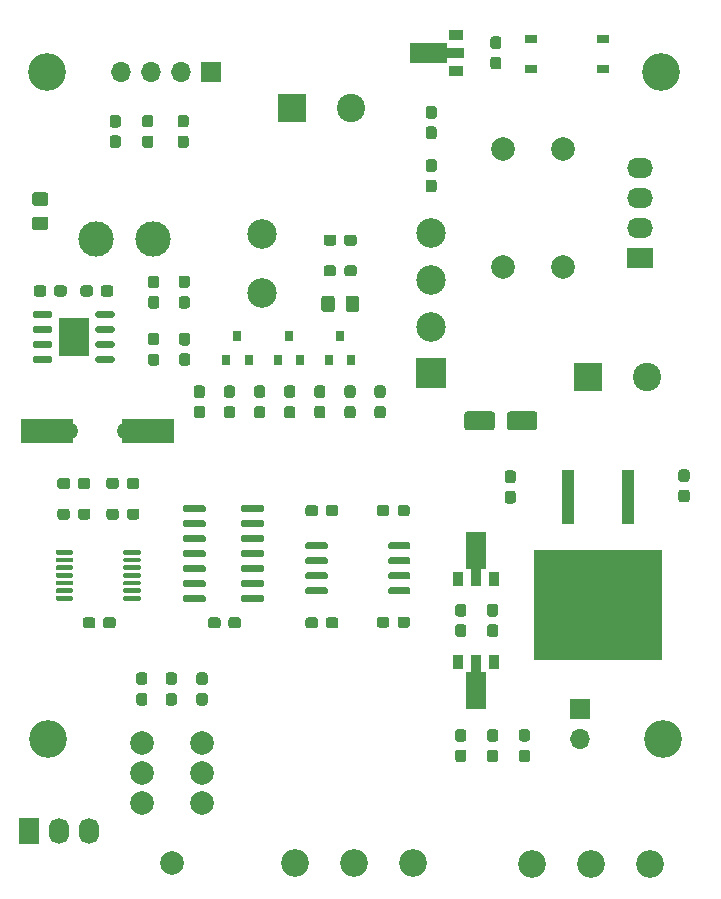
<source format=gts>
G04 #@! TF.GenerationSoftware,KiCad,Pcbnew,(5.1.10)-1*
G04 #@! TF.CreationDate,2021-10-15T17:24:33+02:00*
G04 #@! TF.ProjectId,Transmitter,5472616e-736d-4697-9474-65722e6b6963,rev?*
G04 #@! TF.SameCoordinates,Original*
G04 #@! TF.FileFunction,Soldermask,Top*
G04 #@! TF.FilePolarity,Negative*
%FSLAX46Y46*%
G04 Gerber Fmt 4.6, Leading zero omitted, Abs format (unit mm)*
G04 Created by KiCad (PCBNEW (5.1.10)-1) date 2021-10-15 17:24:33*
%MOMM*%
%LPD*%
G01*
G04 APERTURE LIST*
%ADD10R,2.514000X3.200000*%
%ADD11C,2.340000*%
%ADD12R,4.500000X2.000000*%
%ADD13O,1.700000X1.700000*%
%ADD14R,1.700000X1.700000*%
%ADD15O,2.200000X1.700000*%
%ADD16R,2.200000X1.700000*%
%ADD17C,2.500000*%
%ADD18C,3.000000*%
%ADD19C,2.000000*%
%ADD20O,1.700000X2.200000*%
%ADD21R,1.700000X2.200000*%
%ADD22C,3.200000*%
%ADD23C,1.500000*%
%ADD24C,0.100000*%
%ADD25R,0.900000X1.300000*%
%ADD26R,1.300000X0.900000*%
%ADD27R,10.800000X9.400000*%
%ADD28R,1.100000X4.600000*%
%ADD29R,0.800000X0.900000*%
%ADD30R,1.000000X0.800000*%
%ADD31R,2.500000X2.500000*%
%ADD32C,2.400000*%
%ADD33R,2.400000X2.400000*%
G04 APERTURE END LIST*
G36*
G01*
X153800000Y-96645000D02*
X153800000Y-96345000D01*
G75*
G02*
X153950000Y-96195000I150000J0D01*
G01*
X155275000Y-96195000D01*
G75*
G02*
X155425000Y-96345000I0J-150000D01*
G01*
X155425000Y-96645000D01*
G75*
G02*
X155275000Y-96795000I-150000J0D01*
G01*
X153950000Y-96795000D01*
G75*
G02*
X153800000Y-96645000I0J150000D01*
G01*
G37*
G36*
G01*
X153800000Y-97915000D02*
X153800000Y-97615000D01*
G75*
G02*
X153950000Y-97465000I150000J0D01*
G01*
X155275000Y-97465000D01*
G75*
G02*
X155425000Y-97615000I0J-150000D01*
G01*
X155425000Y-97915000D01*
G75*
G02*
X155275000Y-98065000I-150000J0D01*
G01*
X153950000Y-98065000D01*
G75*
G02*
X153800000Y-97915000I0J150000D01*
G01*
G37*
G36*
G01*
X153800000Y-99185000D02*
X153800000Y-98885000D01*
G75*
G02*
X153950000Y-98735000I150000J0D01*
G01*
X155275000Y-98735000D01*
G75*
G02*
X155425000Y-98885000I0J-150000D01*
G01*
X155425000Y-99185000D01*
G75*
G02*
X155275000Y-99335000I-150000J0D01*
G01*
X153950000Y-99335000D01*
G75*
G02*
X153800000Y-99185000I0J150000D01*
G01*
G37*
G36*
G01*
X153800000Y-100455000D02*
X153800000Y-100155000D01*
G75*
G02*
X153950000Y-100005000I150000J0D01*
G01*
X155275000Y-100005000D01*
G75*
G02*
X155425000Y-100155000I0J-150000D01*
G01*
X155425000Y-100455000D01*
G75*
G02*
X155275000Y-100605000I-150000J0D01*
G01*
X153950000Y-100605000D01*
G75*
G02*
X153800000Y-100455000I0J150000D01*
G01*
G37*
G36*
G01*
X159075000Y-100455000D02*
X159075000Y-100155000D01*
G75*
G02*
X159225000Y-100005000I150000J0D01*
G01*
X160550000Y-100005000D01*
G75*
G02*
X160700000Y-100155000I0J-150000D01*
G01*
X160700000Y-100455000D01*
G75*
G02*
X160550000Y-100605000I-150000J0D01*
G01*
X159225000Y-100605000D01*
G75*
G02*
X159075000Y-100455000I0J150000D01*
G01*
G37*
G36*
G01*
X159075000Y-99185000D02*
X159075000Y-98885000D01*
G75*
G02*
X159225000Y-98735000I150000J0D01*
G01*
X160550000Y-98735000D01*
G75*
G02*
X160700000Y-98885000I0J-150000D01*
G01*
X160700000Y-99185000D01*
G75*
G02*
X160550000Y-99335000I-150000J0D01*
G01*
X159225000Y-99335000D01*
G75*
G02*
X159075000Y-99185000I0J150000D01*
G01*
G37*
G36*
G01*
X159075000Y-97915000D02*
X159075000Y-97615000D01*
G75*
G02*
X159225000Y-97465000I150000J0D01*
G01*
X160550000Y-97465000D01*
G75*
G02*
X160700000Y-97615000I0J-150000D01*
G01*
X160700000Y-97915000D01*
G75*
G02*
X160550000Y-98065000I-150000J0D01*
G01*
X159225000Y-98065000D01*
G75*
G02*
X159075000Y-97915000I0J150000D01*
G01*
G37*
G36*
G01*
X159075000Y-96645000D02*
X159075000Y-96345000D01*
G75*
G02*
X159225000Y-96195000I150000J0D01*
G01*
X160550000Y-96195000D01*
G75*
G02*
X160700000Y-96345000I0J-150000D01*
G01*
X160700000Y-96645000D01*
G75*
G02*
X160550000Y-96795000I-150000J0D01*
G01*
X159225000Y-96795000D01*
G75*
G02*
X159075000Y-96645000I0J150000D01*
G01*
G37*
D10*
X157250000Y-98400000D03*
D11*
X196000000Y-143000000D03*
X201000000Y-143000000D03*
X206000000Y-143000000D03*
X176000000Y-142900000D03*
X181000000Y-142900000D03*
X186000000Y-142900000D03*
D12*
X163500000Y-106400000D03*
X155000000Y-106400000D03*
D13*
X161280000Y-76000000D03*
X163820000Y-76000000D03*
X166360000Y-76000000D03*
D14*
X168900000Y-76000000D03*
D15*
X205200000Y-84090000D03*
X205200000Y-86630000D03*
X205200000Y-89170000D03*
D16*
X205200000Y-91710000D03*
D17*
X173150000Y-94700000D03*
X173150000Y-89700000D03*
G36*
G01*
X154850001Y-87300000D02*
X153949999Y-87300000D01*
G75*
G02*
X153700000Y-87050001I0J249999D01*
G01*
X153700000Y-86399999D01*
G75*
G02*
X153949999Y-86150000I249999J0D01*
G01*
X154850001Y-86150000D01*
G75*
G02*
X155100000Y-86399999I0J-249999D01*
G01*
X155100000Y-87050001D01*
G75*
G02*
X154850001Y-87300000I-249999J0D01*
G01*
G37*
G36*
G01*
X154850001Y-89350000D02*
X153949999Y-89350000D01*
G75*
G02*
X153700000Y-89100001I0J249999D01*
G01*
X153700000Y-88449999D01*
G75*
G02*
X153949999Y-88200000I249999J0D01*
G01*
X154850001Y-88200000D01*
G75*
G02*
X155100000Y-88449999I0J-249999D01*
G01*
X155100000Y-89100001D01*
G75*
G02*
X154850001Y-89350000I-249999J0D01*
G01*
G37*
G36*
G01*
X184650000Y-122787500D02*
X184650000Y-122312500D01*
G75*
G02*
X184887500Y-122075000I237500J0D01*
G01*
X185462500Y-122075000D01*
G75*
G02*
X185700000Y-122312500I0J-237500D01*
G01*
X185700000Y-122787500D01*
G75*
G02*
X185462500Y-123025000I-237500J0D01*
G01*
X184887500Y-123025000D01*
G75*
G02*
X184650000Y-122787500I0J237500D01*
G01*
G37*
G36*
G01*
X182900000Y-122787500D02*
X182900000Y-122312500D01*
G75*
G02*
X183137500Y-122075000I237500J0D01*
G01*
X183712500Y-122075000D01*
G75*
G02*
X183950000Y-122312500I0J-237500D01*
G01*
X183950000Y-122787500D01*
G75*
G02*
X183712500Y-123025000I-237500J0D01*
G01*
X183137500Y-123025000D01*
G75*
G02*
X182900000Y-122787500I0J237500D01*
G01*
G37*
G36*
G01*
X178575000Y-122837500D02*
X178575000Y-122362500D01*
G75*
G02*
X178812500Y-122125000I237500J0D01*
G01*
X179412500Y-122125000D01*
G75*
G02*
X179650000Y-122362500I0J-237500D01*
G01*
X179650000Y-122837500D01*
G75*
G02*
X179412500Y-123075000I-237500J0D01*
G01*
X178812500Y-123075000D01*
G75*
G02*
X178575000Y-122837500I0J237500D01*
G01*
G37*
G36*
G01*
X176850000Y-122837500D02*
X176850000Y-122362500D01*
G75*
G02*
X177087500Y-122125000I237500J0D01*
G01*
X177687500Y-122125000D01*
G75*
G02*
X177925000Y-122362500I0J-237500D01*
G01*
X177925000Y-122837500D01*
G75*
G02*
X177687500Y-123075000I-237500J0D01*
G01*
X177087500Y-123075000D01*
G75*
G02*
X176850000Y-122837500I0J237500D01*
G01*
G37*
D13*
X200100000Y-132440000D03*
D14*
X200100000Y-129900000D03*
D18*
X159100000Y-90100000D03*
X163950000Y-90100000D03*
D19*
X165540000Y-142910000D03*
X168080000Y-137830000D03*
X168080000Y-135290000D03*
X163000000Y-137830000D03*
X163000000Y-135290000D03*
X168080000Y-132750000D03*
X163000000Y-132750000D03*
G36*
G01*
X163237500Y-127850000D02*
X162762500Y-127850000D01*
G75*
G02*
X162525000Y-127612500I0J237500D01*
G01*
X162525000Y-127037500D01*
G75*
G02*
X162762500Y-126800000I237500J0D01*
G01*
X163237500Y-126800000D01*
G75*
G02*
X163475000Y-127037500I0J-237500D01*
G01*
X163475000Y-127612500D01*
G75*
G02*
X163237500Y-127850000I-237500J0D01*
G01*
G37*
G36*
G01*
X163237500Y-129600000D02*
X162762500Y-129600000D01*
G75*
G02*
X162525000Y-129362500I0J237500D01*
G01*
X162525000Y-128787500D01*
G75*
G02*
X162762500Y-128550000I237500J0D01*
G01*
X163237500Y-128550000D01*
G75*
G02*
X163475000Y-128787500I0J-237500D01*
G01*
X163475000Y-129362500D01*
G75*
G02*
X163237500Y-129600000I-237500J0D01*
G01*
G37*
G36*
G01*
X165262500Y-128550000D02*
X165737500Y-128550000D01*
G75*
G02*
X165975000Y-128787500I0J-237500D01*
G01*
X165975000Y-129362500D01*
G75*
G02*
X165737500Y-129600000I-237500J0D01*
G01*
X165262500Y-129600000D01*
G75*
G02*
X165025000Y-129362500I0J237500D01*
G01*
X165025000Y-128787500D01*
G75*
G02*
X165262500Y-128550000I237500J0D01*
G01*
G37*
G36*
G01*
X165262500Y-126800000D02*
X165737500Y-126800000D01*
G75*
G02*
X165975000Y-127037500I0J-237500D01*
G01*
X165975000Y-127612500D01*
G75*
G02*
X165737500Y-127850000I-237500J0D01*
G01*
X165262500Y-127850000D01*
G75*
G02*
X165025000Y-127612500I0J237500D01*
G01*
X165025000Y-127037500D01*
G75*
G02*
X165262500Y-126800000I237500J0D01*
G01*
G37*
D20*
X156000000Y-140250000D03*
D21*
X153460000Y-140250000D03*
D20*
X158540000Y-140250000D03*
G36*
G01*
X168337500Y-127875000D02*
X167862500Y-127875000D01*
G75*
G02*
X167625000Y-127637500I0J237500D01*
G01*
X167625000Y-127037500D01*
G75*
G02*
X167862500Y-126800000I237500J0D01*
G01*
X168337500Y-126800000D01*
G75*
G02*
X168575000Y-127037500I0J-237500D01*
G01*
X168575000Y-127637500D01*
G75*
G02*
X168337500Y-127875000I-237500J0D01*
G01*
G37*
G36*
G01*
X168337500Y-129600000D02*
X167862500Y-129600000D01*
G75*
G02*
X167625000Y-129362500I0J237500D01*
G01*
X167625000Y-128762500D01*
G75*
G02*
X167862500Y-128525000I237500J0D01*
G01*
X168337500Y-128525000D01*
G75*
G02*
X168575000Y-128762500I0J-237500D01*
G01*
X168575000Y-129362500D01*
G75*
G02*
X168337500Y-129600000I-237500J0D01*
G01*
G37*
D22*
X207000000Y-76000000D03*
X155000000Y-76000000D03*
X207100000Y-132450000D03*
X155100000Y-132450000D03*
D23*
X161680000Y-106400000D03*
X156800000Y-106400000D03*
D24*
G36*
X192166500Y-114900000D02*
G01*
X192166500Y-118025000D01*
X191750000Y-118025000D01*
X191750000Y-119500000D01*
X190850000Y-119500000D01*
X190850000Y-118025000D01*
X190433500Y-118025000D01*
X190433500Y-114900000D01*
X192166500Y-114900000D01*
G37*
D25*
X192800000Y-118850000D03*
X189800000Y-118850000D03*
D24*
G36*
X185675000Y-73483500D02*
G01*
X188800000Y-73483500D01*
X188800000Y-73900000D01*
X190275000Y-73900000D01*
X190275000Y-74800000D01*
X188800000Y-74800000D01*
X188800000Y-75216500D01*
X185675000Y-75216500D01*
X185675000Y-73483500D01*
G37*
D26*
X189625000Y-72850000D03*
X189625000Y-75850000D03*
G36*
G01*
X171400000Y-113090000D02*
X171400000Y-112790000D01*
G75*
G02*
X171550000Y-112640000I150000J0D01*
G01*
X173200000Y-112640000D01*
G75*
G02*
X173350000Y-112790000I0J-150000D01*
G01*
X173350000Y-113090000D01*
G75*
G02*
X173200000Y-113240000I-150000J0D01*
G01*
X171550000Y-113240000D01*
G75*
G02*
X171400000Y-113090000I0J150000D01*
G01*
G37*
G36*
G01*
X171400000Y-114360000D02*
X171400000Y-114060000D01*
G75*
G02*
X171550000Y-113910000I150000J0D01*
G01*
X173200000Y-113910000D01*
G75*
G02*
X173350000Y-114060000I0J-150000D01*
G01*
X173350000Y-114360000D01*
G75*
G02*
X173200000Y-114510000I-150000J0D01*
G01*
X171550000Y-114510000D01*
G75*
G02*
X171400000Y-114360000I0J150000D01*
G01*
G37*
G36*
G01*
X171400000Y-115630000D02*
X171400000Y-115330000D01*
G75*
G02*
X171550000Y-115180000I150000J0D01*
G01*
X173200000Y-115180000D01*
G75*
G02*
X173350000Y-115330000I0J-150000D01*
G01*
X173350000Y-115630000D01*
G75*
G02*
X173200000Y-115780000I-150000J0D01*
G01*
X171550000Y-115780000D01*
G75*
G02*
X171400000Y-115630000I0J150000D01*
G01*
G37*
G36*
G01*
X171400000Y-116900000D02*
X171400000Y-116600000D01*
G75*
G02*
X171550000Y-116450000I150000J0D01*
G01*
X173200000Y-116450000D01*
G75*
G02*
X173350000Y-116600000I0J-150000D01*
G01*
X173350000Y-116900000D01*
G75*
G02*
X173200000Y-117050000I-150000J0D01*
G01*
X171550000Y-117050000D01*
G75*
G02*
X171400000Y-116900000I0J150000D01*
G01*
G37*
G36*
G01*
X171400000Y-118170000D02*
X171400000Y-117870000D01*
G75*
G02*
X171550000Y-117720000I150000J0D01*
G01*
X173200000Y-117720000D01*
G75*
G02*
X173350000Y-117870000I0J-150000D01*
G01*
X173350000Y-118170000D01*
G75*
G02*
X173200000Y-118320000I-150000J0D01*
G01*
X171550000Y-118320000D01*
G75*
G02*
X171400000Y-118170000I0J150000D01*
G01*
G37*
G36*
G01*
X171400000Y-119440000D02*
X171400000Y-119140000D01*
G75*
G02*
X171550000Y-118990000I150000J0D01*
G01*
X173200000Y-118990000D01*
G75*
G02*
X173350000Y-119140000I0J-150000D01*
G01*
X173350000Y-119440000D01*
G75*
G02*
X173200000Y-119590000I-150000J0D01*
G01*
X171550000Y-119590000D01*
G75*
G02*
X171400000Y-119440000I0J150000D01*
G01*
G37*
G36*
G01*
X171400000Y-120710000D02*
X171400000Y-120410000D01*
G75*
G02*
X171550000Y-120260000I150000J0D01*
G01*
X173200000Y-120260000D01*
G75*
G02*
X173350000Y-120410000I0J-150000D01*
G01*
X173350000Y-120710000D01*
G75*
G02*
X173200000Y-120860000I-150000J0D01*
G01*
X171550000Y-120860000D01*
G75*
G02*
X171400000Y-120710000I0J150000D01*
G01*
G37*
G36*
G01*
X166450000Y-120710000D02*
X166450000Y-120410000D01*
G75*
G02*
X166600000Y-120260000I150000J0D01*
G01*
X168250000Y-120260000D01*
G75*
G02*
X168400000Y-120410000I0J-150000D01*
G01*
X168400000Y-120710000D01*
G75*
G02*
X168250000Y-120860000I-150000J0D01*
G01*
X166600000Y-120860000D01*
G75*
G02*
X166450000Y-120710000I0J150000D01*
G01*
G37*
G36*
G01*
X166450000Y-119440000D02*
X166450000Y-119140000D01*
G75*
G02*
X166600000Y-118990000I150000J0D01*
G01*
X168250000Y-118990000D01*
G75*
G02*
X168400000Y-119140000I0J-150000D01*
G01*
X168400000Y-119440000D01*
G75*
G02*
X168250000Y-119590000I-150000J0D01*
G01*
X166600000Y-119590000D01*
G75*
G02*
X166450000Y-119440000I0J150000D01*
G01*
G37*
G36*
G01*
X166450000Y-118170000D02*
X166450000Y-117870000D01*
G75*
G02*
X166600000Y-117720000I150000J0D01*
G01*
X168250000Y-117720000D01*
G75*
G02*
X168400000Y-117870000I0J-150000D01*
G01*
X168400000Y-118170000D01*
G75*
G02*
X168250000Y-118320000I-150000J0D01*
G01*
X166600000Y-118320000D01*
G75*
G02*
X166450000Y-118170000I0J150000D01*
G01*
G37*
G36*
G01*
X166450000Y-116900000D02*
X166450000Y-116600000D01*
G75*
G02*
X166600000Y-116450000I150000J0D01*
G01*
X168250000Y-116450000D01*
G75*
G02*
X168400000Y-116600000I0J-150000D01*
G01*
X168400000Y-116900000D01*
G75*
G02*
X168250000Y-117050000I-150000J0D01*
G01*
X166600000Y-117050000D01*
G75*
G02*
X166450000Y-116900000I0J150000D01*
G01*
G37*
G36*
G01*
X166450000Y-115630000D02*
X166450000Y-115330000D01*
G75*
G02*
X166600000Y-115180000I150000J0D01*
G01*
X168250000Y-115180000D01*
G75*
G02*
X168400000Y-115330000I0J-150000D01*
G01*
X168400000Y-115630000D01*
G75*
G02*
X168250000Y-115780000I-150000J0D01*
G01*
X166600000Y-115780000D01*
G75*
G02*
X166450000Y-115630000I0J150000D01*
G01*
G37*
G36*
G01*
X166450000Y-114360000D02*
X166450000Y-114060000D01*
G75*
G02*
X166600000Y-113910000I150000J0D01*
G01*
X168250000Y-113910000D01*
G75*
G02*
X168400000Y-114060000I0J-150000D01*
G01*
X168400000Y-114360000D01*
G75*
G02*
X168250000Y-114510000I-150000J0D01*
G01*
X166600000Y-114510000D01*
G75*
G02*
X166450000Y-114360000I0J150000D01*
G01*
G37*
G36*
G01*
X166450000Y-113090000D02*
X166450000Y-112790000D01*
G75*
G02*
X166600000Y-112640000I150000J0D01*
G01*
X168250000Y-112640000D01*
G75*
G02*
X168400000Y-112790000I0J-150000D01*
G01*
X168400000Y-113090000D01*
G75*
G02*
X168250000Y-113240000I-150000J0D01*
G01*
X166600000Y-113240000D01*
G75*
G02*
X166450000Y-113090000I0J150000D01*
G01*
G37*
G36*
G01*
X178750000Y-119735000D02*
X178750000Y-120035000D01*
G75*
G02*
X178600000Y-120185000I-150000J0D01*
G01*
X177000000Y-120185000D01*
G75*
G02*
X176850000Y-120035000I0J150000D01*
G01*
X176850000Y-119735000D01*
G75*
G02*
X177000000Y-119585000I150000J0D01*
G01*
X178600000Y-119585000D01*
G75*
G02*
X178750000Y-119735000I0J-150000D01*
G01*
G37*
G36*
G01*
X178750000Y-118465000D02*
X178750000Y-118765000D01*
G75*
G02*
X178600000Y-118915000I-150000J0D01*
G01*
X177000000Y-118915000D01*
G75*
G02*
X176850000Y-118765000I0J150000D01*
G01*
X176850000Y-118465000D01*
G75*
G02*
X177000000Y-118315000I150000J0D01*
G01*
X178600000Y-118315000D01*
G75*
G02*
X178750000Y-118465000I0J-150000D01*
G01*
G37*
G36*
G01*
X178750000Y-117195000D02*
X178750000Y-117495000D01*
G75*
G02*
X178600000Y-117645000I-150000J0D01*
G01*
X177000000Y-117645000D01*
G75*
G02*
X176850000Y-117495000I0J150000D01*
G01*
X176850000Y-117195000D01*
G75*
G02*
X177000000Y-117045000I150000J0D01*
G01*
X178600000Y-117045000D01*
G75*
G02*
X178750000Y-117195000I0J-150000D01*
G01*
G37*
G36*
G01*
X178750000Y-115925000D02*
X178750000Y-116225000D01*
G75*
G02*
X178600000Y-116375000I-150000J0D01*
G01*
X177000000Y-116375000D01*
G75*
G02*
X176850000Y-116225000I0J150000D01*
G01*
X176850000Y-115925000D01*
G75*
G02*
X177000000Y-115775000I150000J0D01*
G01*
X178600000Y-115775000D01*
G75*
G02*
X178750000Y-115925000I0J-150000D01*
G01*
G37*
G36*
G01*
X185750000Y-115925000D02*
X185750000Y-116225000D01*
G75*
G02*
X185600000Y-116375000I-150000J0D01*
G01*
X184000000Y-116375000D01*
G75*
G02*
X183850000Y-116225000I0J150000D01*
G01*
X183850000Y-115925000D01*
G75*
G02*
X184000000Y-115775000I150000J0D01*
G01*
X185600000Y-115775000D01*
G75*
G02*
X185750000Y-115925000I0J-150000D01*
G01*
G37*
G36*
G01*
X185750000Y-117195000D02*
X185750000Y-117495000D01*
G75*
G02*
X185600000Y-117645000I-150000J0D01*
G01*
X184000000Y-117645000D01*
G75*
G02*
X183850000Y-117495000I0J150000D01*
G01*
X183850000Y-117195000D01*
G75*
G02*
X184000000Y-117045000I150000J0D01*
G01*
X185600000Y-117045000D01*
G75*
G02*
X185750000Y-117195000I0J-150000D01*
G01*
G37*
G36*
G01*
X185750000Y-118465000D02*
X185750000Y-118765000D01*
G75*
G02*
X185600000Y-118915000I-150000J0D01*
G01*
X184000000Y-118915000D01*
G75*
G02*
X183850000Y-118765000I0J150000D01*
G01*
X183850000Y-118465000D01*
G75*
G02*
X184000000Y-118315000I150000J0D01*
G01*
X185600000Y-118315000D01*
G75*
G02*
X185750000Y-118465000I0J-150000D01*
G01*
G37*
G36*
G01*
X185750000Y-119735000D02*
X185750000Y-120035000D01*
G75*
G02*
X185600000Y-120185000I-150000J0D01*
G01*
X184000000Y-120185000D01*
G75*
G02*
X183850000Y-120035000I0J150000D01*
G01*
X183850000Y-119735000D01*
G75*
G02*
X184000000Y-119585000I150000J0D01*
G01*
X185600000Y-119585000D01*
G75*
G02*
X185750000Y-119735000I0J-150000D01*
G01*
G37*
D27*
X201600000Y-121075000D03*
D28*
X199060000Y-111925000D03*
X204140000Y-111925000D03*
G36*
G01*
X161425000Y-116730000D02*
X161425000Y-116530000D01*
G75*
G02*
X161525000Y-116430000I100000J0D01*
G01*
X162800000Y-116430000D01*
G75*
G02*
X162900000Y-116530000I0J-100000D01*
G01*
X162900000Y-116730000D01*
G75*
G02*
X162800000Y-116830000I-100000J0D01*
G01*
X161525000Y-116830000D01*
G75*
G02*
X161425000Y-116730000I0J100000D01*
G01*
G37*
G36*
G01*
X161425000Y-117380000D02*
X161425000Y-117180000D01*
G75*
G02*
X161525000Y-117080000I100000J0D01*
G01*
X162800000Y-117080000D01*
G75*
G02*
X162900000Y-117180000I0J-100000D01*
G01*
X162900000Y-117380000D01*
G75*
G02*
X162800000Y-117480000I-100000J0D01*
G01*
X161525000Y-117480000D01*
G75*
G02*
X161425000Y-117380000I0J100000D01*
G01*
G37*
G36*
G01*
X161425000Y-118030000D02*
X161425000Y-117830000D01*
G75*
G02*
X161525000Y-117730000I100000J0D01*
G01*
X162800000Y-117730000D01*
G75*
G02*
X162900000Y-117830000I0J-100000D01*
G01*
X162900000Y-118030000D01*
G75*
G02*
X162800000Y-118130000I-100000J0D01*
G01*
X161525000Y-118130000D01*
G75*
G02*
X161425000Y-118030000I0J100000D01*
G01*
G37*
G36*
G01*
X161425000Y-118680000D02*
X161425000Y-118480000D01*
G75*
G02*
X161525000Y-118380000I100000J0D01*
G01*
X162800000Y-118380000D01*
G75*
G02*
X162900000Y-118480000I0J-100000D01*
G01*
X162900000Y-118680000D01*
G75*
G02*
X162800000Y-118780000I-100000J0D01*
G01*
X161525000Y-118780000D01*
G75*
G02*
X161425000Y-118680000I0J100000D01*
G01*
G37*
G36*
G01*
X161425000Y-119330000D02*
X161425000Y-119130000D01*
G75*
G02*
X161525000Y-119030000I100000J0D01*
G01*
X162800000Y-119030000D01*
G75*
G02*
X162900000Y-119130000I0J-100000D01*
G01*
X162900000Y-119330000D01*
G75*
G02*
X162800000Y-119430000I-100000J0D01*
G01*
X161525000Y-119430000D01*
G75*
G02*
X161425000Y-119330000I0J100000D01*
G01*
G37*
G36*
G01*
X161425000Y-119980000D02*
X161425000Y-119780000D01*
G75*
G02*
X161525000Y-119680000I100000J0D01*
G01*
X162800000Y-119680000D01*
G75*
G02*
X162900000Y-119780000I0J-100000D01*
G01*
X162900000Y-119980000D01*
G75*
G02*
X162800000Y-120080000I-100000J0D01*
G01*
X161525000Y-120080000D01*
G75*
G02*
X161425000Y-119980000I0J100000D01*
G01*
G37*
G36*
G01*
X161425000Y-120630000D02*
X161425000Y-120430000D01*
G75*
G02*
X161525000Y-120330000I100000J0D01*
G01*
X162800000Y-120330000D01*
G75*
G02*
X162900000Y-120430000I0J-100000D01*
G01*
X162900000Y-120630000D01*
G75*
G02*
X162800000Y-120730000I-100000J0D01*
G01*
X161525000Y-120730000D01*
G75*
G02*
X161425000Y-120630000I0J100000D01*
G01*
G37*
G36*
G01*
X155700000Y-120630000D02*
X155700000Y-120430000D01*
G75*
G02*
X155800000Y-120330000I100000J0D01*
G01*
X157075000Y-120330000D01*
G75*
G02*
X157175000Y-120430000I0J-100000D01*
G01*
X157175000Y-120630000D01*
G75*
G02*
X157075000Y-120730000I-100000J0D01*
G01*
X155800000Y-120730000D01*
G75*
G02*
X155700000Y-120630000I0J100000D01*
G01*
G37*
G36*
G01*
X155700000Y-119980000D02*
X155700000Y-119780000D01*
G75*
G02*
X155800000Y-119680000I100000J0D01*
G01*
X157075000Y-119680000D01*
G75*
G02*
X157175000Y-119780000I0J-100000D01*
G01*
X157175000Y-119980000D01*
G75*
G02*
X157075000Y-120080000I-100000J0D01*
G01*
X155800000Y-120080000D01*
G75*
G02*
X155700000Y-119980000I0J100000D01*
G01*
G37*
G36*
G01*
X155700000Y-119330000D02*
X155700000Y-119130000D01*
G75*
G02*
X155800000Y-119030000I100000J0D01*
G01*
X157075000Y-119030000D01*
G75*
G02*
X157175000Y-119130000I0J-100000D01*
G01*
X157175000Y-119330000D01*
G75*
G02*
X157075000Y-119430000I-100000J0D01*
G01*
X155800000Y-119430000D01*
G75*
G02*
X155700000Y-119330000I0J100000D01*
G01*
G37*
G36*
G01*
X155700000Y-118680000D02*
X155700000Y-118480000D01*
G75*
G02*
X155800000Y-118380000I100000J0D01*
G01*
X157075000Y-118380000D01*
G75*
G02*
X157175000Y-118480000I0J-100000D01*
G01*
X157175000Y-118680000D01*
G75*
G02*
X157075000Y-118780000I-100000J0D01*
G01*
X155800000Y-118780000D01*
G75*
G02*
X155700000Y-118680000I0J100000D01*
G01*
G37*
G36*
G01*
X155700000Y-118030000D02*
X155700000Y-117830000D01*
G75*
G02*
X155800000Y-117730000I100000J0D01*
G01*
X157075000Y-117730000D01*
G75*
G02*
X157175000Y-117830000I0J-100000D01*
G01*
X157175000Y-118030000D01*
G75*
G02*
X157075000Y-118130000I-100000J0D01*
G01*
X155800000Y-118130000D01*
G75*
G02*
X155700000Y-118030000I0J100000D01*
G01*
G37*
G36*
G01*
X155700000Y-117380000D02*
X155700000Y-117180000D01*
G75*
G02*
X155800000Y-117080000I100000J0D01*
G01*
X157075000Y-117080000D01*
G75*
G02*
X157175000Y-117180000I0J-100000D01*
G01*
X157175000Y-117380000D01*
G75*
G02*
X157075000Y-117480000I-100000J0D01*
G01*
X155800000Y-117480000D01*
G75*
G02*
X155700000Y-117380000I0J100000D01*
G01*
G37*
G36*
G01*
X155700000Y-116730000D02*
X155700000Y-116530000D01*
G75*
G02*
X155800000Y-116430000I100000J0D01*
G01*
X157075000Y-116430000D01*
G75*
G02*
X157175000Y-116530000I0J-100000D01*
G01*
X157175000Y-116730000D01*
G75*
G02*
X157075000Y-116830000I-100000J0D01*
G01*
X155800000Y-116830000D01*
G75*
G02*
X155700000Y-116730000I0J100000D01*
G01*
G37*
D24*
G36*
X190433500Y-129900000D02*
G01*
X190433500Y-126775000D01*
X190850000Y-126775000D01*
X190850000Y-125300000D01*
X191750000Y-125300000D01*
X191750000Y-126775000D01*
X192166500Y-126775000D01*
X192166500Y-129900000D01*
X190433500Y-129900000D01*
G37*
D25*
X189800000Y-125950000D03*
X192800000Y-125950000D03*
G36*
G01*
X166837500Y-94250000D02*
X166362500Y-94250000D01*
G75*
G02*
X166125000Y-94012500I0J237500D01*
G01*
X166125000Y-93437500D01*
G75*
G02*
X166362500Y-93200000I237500J0D01*
G01*
X166837500Y-93200000D01*
G75*
G02*
X167075000Y-93437500I0J-237500D01*
G01*
X167075000Y-94012500D01*
G75*
G02*
X166837500Y-94250000I-237500J0D01*
G01*
G37*
G36*
G01*
X166837500Y-96000000D02*
X166362500Y-96000000D01*
G75*
G02*
X166125000Y-95762500I0J237500D01*
G01*
X166125000Y-95187500D01*
G75*
G02*
X166362500Y-94950000I237500J0D01*
G01*
X166837500Y-94950000D01*
G75*
G02*
X167075000Y-95187500I0J-237500D01*
G01*
X167075000Y-95762500D01*
G75*
G02*
X166837500Y-96000000I-237500J0D01*
G01*
G37*
G36*
G01*
X163762500Y-99800000D02*
X164237500Y-99800000D01*
G75*
G02*
X164475000Y-100037500I0J-237500D01*
G01*
X164475000Y-100612500D01*
G75*
G02*
X164237500Y-100850000I-237500J0D01*
G01*
X163762500Y-100850000D01*
G75*
G02*
X163525000Y-100612500I0J237500D01*
G01*
X163525000Y-100037500D01*
G75*
G02*
X163762500Y-99800000I237500J0D01*
G01*
G37*
G36*
G01*
X163762500Y-98050000D02*
X164237500Y-98050000D01*
G75*
G02*
X164475000Y-98287500I0J-237500D01*
G01*
X164475000Y-98862500D01*
G75*
G02*
X164237500Y-99100000I-237500J0D01*
G01*
X163762500Y-99100000D01*
G75*
G02*
X163525000Y-98862500I0J237500D01*
G01*
X163525000Y-98287500D01*
G75*
G02*
X163762500Y-98050000I237500J0D01*
G01*
G37*
G36*
G01*
X170187500Y-104250000D02*
X170662500Y-104250000D01*
G75*
G02*
X170900000Y-104487500I0J-237500D01*
G01*
X170900000Y-105062500D01*
G75*
G02*
X170662500Y-105300000I-237500J0D01*
G01*
X170187500Y-105300000D01*
G75*
G02*
X169950000Y-105062500I0J237500D01*
G01*
X169950000Y-104487500D01*
G75*
G02*
X170187500Y-104250000I237500J0D01*
G01*
G37*
G36*
G01*
X170187500Y-102500000D02*
X170662500Y-102500000D01*
G75*
G02*
X170900000Y-102737500I0J-237500D01*
G01*
X170900000Y-103312500D01*
G75*
G02*
X170662500Y-103550000I-237500J0D01*
G01*
X170187500Y-103550000D01*
G75*
G02*
X169950000Y-103312500I0J237500D01*
G01*
X169950000Y-102737500D01*
G75*
G02*
X170187500Y-102500000I237500J0D01*
G01*
G37*
G36*
G01*
X179450000Y-92562500D02*
X179450000Y-93037500D01*
G75*
G02*
X179212500Y-93275000I-237500J0D01*
G01*
X178637500Y-93275000D01*
G75*
G02*
X178400000Y-93037500I0J237500D01*
G01*
X178400000Y-92562500D01*
G75*
G02*
X178637500Y-92325000I237500J0D01*
G01*
X179212500Y-92325000D01*
G75*
G02*
X179450000Y-92562500I0J-237500D01*
G01*
G37*
G36*
G01*
X181200000Y-92562500D02*
X181200000Y-93037500D01*
G75*
G02*
X180962500Y-93275000I-237500J0D01*
G01*
X180387500Y-93275000D01*
G75*
G02*
X180150000Y-93037500I0J237500D01*
G01*
X180150000Y-92562500D01*
G75*
G02*
X180387500Y-92325000I237500J0D01*
G01*
X180962500Y-92325000D01*
G75*
G02*
X181200000Y-92562500I0J-237500D01*
G01*
G37*
G36*
G01*
X172737500Y-104250000D02*
X173212500Y-104250000D01*
G75*
G02*
X173450000Y-104487500I0J-237500D01*
G01*
X173450000Y-105062500D01*
G75*
G02*
X173212500Y-105300000I-237500J0D01*
G01*
X172737500Y-105300000D01*
G75*
G02*
X172500000Y-105062500I0J237500D01*
G01*
X172500000Y-104487500D01*
G75*
G02*
X172737500Y-104250000I237500J0D01*
G01*
G37*
G36*
G01*
X172737500Y-102500000D02*
X173212500Y-102500000D01*
G75*
G02*
X173450000Y-102737500I0J-237500D01*
G01*
X173450000Y-103312500D01*
G75*
G02*
X173212500Y-103550000I-237500J0D01*
G01*
X172737500Y-103550000D01*
G75*
G02*
X172500000Y-103312500I0J237500D01*
G01*
X172500000Y-102737500D01*
G75*
G02*
X172737500Y-102500000I237500J0D01*
G01*
G37*
G36*
G01*
X182937500Y-104250000D02*
X183412500Y-104250000D01*
G75*
G02*
X183650000Y-104487500I0J-237500D01*
G01*
X183650000Y-105062500D01*
G75*
G02*
X183412500Y-105300000I-237500J0D01*
G01*
X182937500Y-105300000D01*
G75*
G02*
X182700000Y-105062500I0J237500D01*
G01*
X182700000Y-104487500D01*
G75*
G02*
X182937500Y-104250000I237500J0D01*
G01*
G37*
G36*
G01*
X182937500Y-102500000D02*
X183412500Y-102500000D01*
G75*
G02*
X183650000Y-102737500I0J-237500D01*
G01*
X183650000Y-103312500D01*
G75*
G02*
X183412500Y-103550000I-237500J0D01*
G01*
X182937500Y-103550000D01*
G75*
G02*
X182700000Y-103312500I0J237500D01*
G01*
X182700000Y-102737500D01*
G75*
G02*
X182937500Y-102500000I237500J0D01*
G01*
G37*
G36*
G01*
X195162500Y-133350000D02*
X195637500Y-133350000D01*
G75*
G02*
X195875000Y-133587500I0J-237500D01*
G01*
X195875000Y-134162500D01*
G75*
G02*
X195637500Y-134400000I-237500J0D01*
G01*
X195162500Y-134400000D01*
G75*
G02*
X194925000Y-134162500I0J237500D01*
G01*
X194925000Y-133587500D01*
G75*
G02*
X195162500Y-133350000I237500J0D01*
G01*
G37*
G36*
G01*
X195162500Y-131600000D02*
X195637500Y-131600000D01*
G75*
G02*
X195875000Y-131837500I0J-237500D01*
G01*
X195875000Y-132412500D01*
G75*
G02*
X195637500Y-132650000I-237500J0D01*
G01*
X195162500Y-132650000D01*
G75*
G02*
X194925000Y-132412500I0J237500D01*
G01*
X194925000Y-131837500D01*
G75*
G02*
X195162500Y-131600000I237500J0D01*
G01*
G37*
G36*
G01*
X175287500Y-104250000D02*
X175762500Y-104250000D01*
G75*
G02*
X176000000Y-104487500I0J-237500D01*
G01*
X176000000Y-105062500D01*
G75*
G02*
X175762500Y-105300000I-237500J0D01*
G01*
X175287500Y-105300000D01*
G75*
G02*
X175050000Y-105062500I0J237500D01*
G01*
X175050000Y-104487500D01*
G75*
G02*
X175287500Y-104250000I237500J0D01*
G01*
G37*
G36*
G01*
X175287500Y-102500000D02*
X175762500Y-102500000D01*
G75*
G02*
X176000000Y-102737500I0J-237500D01*
G01*
X176000000Y-103312500D01*
G75*
G02*
X175762500Y-103550000I-237500J0D01*
G01*
X175287500Y-103550000D01*
G75*
G02*
X175050000Y-103312500I0J237500D01*
G01*
X175050000Y-102737500D01*
G75*
G02*
X175287500Y-102500000I237500J0D01*
G01*
G37*
G36*
G01*
X180387500Y-104250000D02*
X180862500Y-104250000D01*
G75*
G02*
X181100000Y-104487500I0J-237500D01*
G01*
X181100000Y-105062500D01*
G75*
G02*
X180862500Y-105300000I-237500J0D01*
G01*
X180387500Y-105300000D01*
G75*
G02*
X180150000Y-105062500I0J237500D01*
G01*
X180150000Y-104487500D01*
G75*
G02*
X180387500Y-104250000I237500J0D01*
G01*
G37*
G36*
G01*
X180387500Y-102500000D02*
X180862500Y-102500000D01*
G75*
G02*
X181100000Y-102737500I0J-237500D01*
G01*
X181100000Y-103312500D01*
G75*
G02*
X180862500Y-103550000I-237500J0D01*
G01*
X180387500Y-103550000D01*
G75*
G02*
X180150000Y-103312500I0J237500D01*
G01*
X180150000Y-102737500D01*
G75*
G02*
X180387500Y-102500000I237500J0D01*
G01*
G37*
G36*
G01*
X184650000Y-113337500D02*
X184650000Y-112862500D01*
G75*
G02*
X184887500Y-112625000I237500J0D01*
G01*
X185462500Y-112625000D01*
G75*
G02*
X185700000Y-112862500I0J-237500D01*
G01*
X185700000Y-113337500D01*
G75*
G02*
X185462500Y-113575000I-237500J0D01*
G01*
X184887500Y-113575000D01*
G75*
G02*
X184650000Y-113337500I0J237500D01*
G01*
G37*
G36*
G01*
X182900000Y-113337500D02*
X182900000Y-112862500D01*
G75*
G02*
X183137500Y-112625000I237500J0D01*
G01*
X183712500Y-112625000D01*
G75*
G02*
X183950000Y-112862500I0J-237500D01*
G01*
X183950000Y-113337500D01*
G75*
G02*
X183712500Y-113575000I-237500J0D01*
G01*
X183137500Y-113575000D01*
G75*
G02*
X182900000Y-113337500I0J237500D01*
G01*
G37*
G36*
G01*
X161750000Y-113637500D02*
X161750000Y-113162500D01*
G75*
G02*
X161987500Y-112925000I237500J0D01*
G01*
X162562500Y-112925000D01*
G75*
G02*
X162800000Y-113162500I0J-237500D01*
G01*
X162800000Y-113637500D01*
G75*
G02*
X162562500Y-113875000I-237500J0D01*
G01*
X161987500Y-113875000D01*
G75*
G02*
X161750000Y-113637500I0J237500D01*
G01*
G37*
G36*
G01*
X160000000Y-113637500D02*
X160000000Y-113162500D01*
G75*
G02*
X160237500Y-112925000I237500J0D01*
G01*
X160812500Y-112925000D01*
G75*
G02*
X161050000Y-113162500I0J-237500D01*
G01*
X161050000Y-113637500D01*
G75*
G02*
X160812500Y-113875000I-237500J0D01*
G01*
X160237500Y-113875000D01*
G75*
G02*
X160000000Y-113637500I0J237500D01*
G01*
G37*
G36*
G01*
X157600000Y-113637500D02*
X157600000Y-113162500D01*
G75*
G02*
X157837500Y-112925000I237500J0D01*
G01*
X158412500Y-112925000D01*
G75*
G02*
X158650000Y-113162500I0J-237500D01*
G01*
X158650000Y-113637500D01*
G75*
G02*
X158412500Y-113875000I-237500J0D01*
G01*
X157837500Y-113875000D01*
G75*
G02*
X157600000Y-113637500I0J237500D01*
G01*
G37*
G36*
G01*
X155850000Y-113637500D02*
X155850000Y-113162500D01*
G75*
G02*
X156087500Y-112925000I237500J0D01*
G01*
X156662500Y-112925000D01*
G75*
G02*
X156900000Y-113162500I0J-237500D01*
G01*
X156900000Y-113637500D01*
G75*
G02*
X156662500Y-113875000I-237500J0D01*
G01*
X156087500Y-113875000D01*
G75*
G02*
X155850000Y-113637500I0J237500D01*
G01*
G37*
G36*
G01*
X166262500Y-81350000D02*
X166737500Y-81350000D01*
G75*
G02*
X166975000Y-81587500I0J-237500D01*
G01*
X166975000Y-82162500D01*
G75*
G02*
X166737500Y-82400000I-237500J0D01*
G01*
X166262500Y-82400000D01*
G75*
G02*
X166025000Y-82162500I0J237500D01*
G01*
X166025000Y-81587500D01*
G75*
G02*
X166262500Y-81350000I237500J0D01*
G01*
G37*
G36*
G01*
X166262500Y-79600000D02*
X166737500Y-79600000D01*
G75*
G02*
X166975000Y-79837500I0J-237500D01*
G01*
X166975000Y-80412500D01*
G75*
G02*
X166737500Y-80650000I-237500J0D01*
G01*
X166262500Y-80650000D01*
G75*
G02*
X166025000Y-80412500I0J237500D01*
G01*
X166025000Y-79837500D01*
G75*
G02*
X166262500Y-79600000I237500J0D01*
G01*
G37*
G36*
G01*
X163737500Y-80650000D02*
X163262500Y-80650000D01*
G75*
G02*
X163025000Y-80412500I0J237500D01*
G01*
X163025000Y-79837500D01*
G75*
G02*
X163262500Y-79600000I237500J0D01*
G01*
X163737500Y-79600000D01*
G75*
G02*
X163975000Y-79837500I0J-237500D01*
G01*
X163975000Y-80412500D01*
G75*
G02*
X163737500Y-80650000I-237500J0D01*
G01*
G37*
G36*
G01*
X163737500Y-82400000D02*
X163262500Y-82400000D01*
G75*
G02*
X163025000Y-82162500I0J237500D01*
G01*
X163025000Y-81587500D01*
G75*
G02*
X163262500Y-81350000I237500J0D01*
G01*
X163737500Y-81350000D01*
G75*
G02*
X163975000Y-81587500I0J-237500D01*
G01*
X163975000Y-82162500D01*
G75*
G02*
X163737500Y-82400000I-237500J0D01*
G01*
G37*
D29*
X171100000Y-98350000D03*
X172050000Y-100350000D03*
X170150000Y-100350000D03*
X175450000Y-98350000D03*
X176400000Y-100350000D03*
X174500000Y-100350000D03*
X179800000Y-98350000D03*
X180750000Y-100350000D03*
X178850000Y-100350000D03*
G36*
G01*
X179350000Y-95149999D02*
X179350000Y-96050001D01*
G75*
G02*
X179100001Y-96300000I-249999J0D01*
G01*
X178449999Y-96300000D01*
G75*
G02*
X178200000Y-96050001I0J249999D01*
G01*
X178200000Y-95149999D01*
G75*
G02*
X178449999Y-94900000I249999J0D01*
G01*
X179100001Y-94900000D01*
G75*
G02*
X179350000Y-95149999I0J-249999D01*
G01*
G37*
G36*
G01*
X181400000Y-95149999D02*
X181400000Y-96050001D01*
G75*
G02*
X181150001Y-96300000I-249999J0D01*
G01*
X180499999Y-96300000D01*
G75*
G02*
X180250000Y-96050001I0J249999D01*
G01*
X180250000Y-95149999D01*
G75*
G02*
X180499999Y-94900000I249999J0D01*
G01*
X181150001Y-94900000D01*
G75*
G02*
X181400000Y-95149999I0J-249999D01*
G01*
G37*
D19*
X198680000Y-82500000D03*
X193600000Y-82500000D03*
X198680000Y-92500000D03*
X193600000Y-92500000D03*
D30*
X195925000Y-75670000D03*
X195925000Y-73130000D03*
X202075000Y-73130000D03*
X202075000Y-75670000D03*
D17*
X187475000Y-89595000D03*
X187475000Y-93555000D03*
X187475000Y-97515000D03*
D31*
X187475000Y-101475000D03*
G36*
G01*
X189762500Y-133325000D02*
X190237500Y-133325000D01*
G75*
G02*
X190475000Y-133562500I0J-237500D01*
G01*
X190475000Y-134162500D01*
G75*
G02*
X190237500Y-134400000I-237500J0D01*
G01*
X189762500Y-134400000D01*
G75*
G02*
X189525000Y-134162500I0J237500D01*
G01*
X189525000Y-133562500D01*
G75*
G02*
X189762500Y-133325000I237500J0D01*
G01*
G37*
G36*
G01*
X189762500Y-131600000D02*
X190237500Y-131600000D01*
G75*
G02*
X190475000Y-131837500I0J-237500D01*
G01*
X190475000Y-132437500D01*
G75*
G02*
X190237500Y-132675000I-237500J0D01*
G01*
X189762500Y-132675000D01*
G75*
G02*
X189525000Y-132437500I0J237500D01*
G01*
X189525000Y-131837500D01*
G75*
G02*
X189762500Y-131600000I237500J0D01*
G01*
G37*
G36*
G01*
X154925000Y-94262500D02*
X154925000Y-94737500D01*
G75*
G02*
X154687500Y-94975000I-237500J0D01*
G01*
X154087500Y-94975000D01*
G75*
G02*
X153850000Y-94737500I0J237500D01*
G01*
X153850000Y-94262500D01*
G75*
G02*
X154087500Y-94025000I237500J0D01*
G01*
X154687500Y-94025000D01*
G75*
G02*
X154925000Y-94262500I0J-237500D01*
G01*
G37*
G36*
G01*
X156650000Y-94262500D02*
X156650000Y-94737500D01*
G75*
G02*
X156412500Y-94975000I-237500J0D01*
G01*
X155812500Y-94975000D01*
G75*
G02*
X155575000Y-94737500I0J237500D01*
G01*
X155575000Y-94262500D01*
G75*
G02*
X155812500Y-94025000I237500J0D01*
G01*
X156412500Y-94025000D01*
G75*
G02*
X156650000Y-94262500I0J-237500D01*
G01*
G37*
G36*
G01*
X163762500Y-94925000D02*
X164237500Y-94925000D01*
G75*
G02*
X164475000Y-95162500I0J-237500D01*
G01*
X164475000Y-95762500D01*
G75*
G02*
X164237500Y-96000000I-237500J0D01*
G01*
X163762500Y-96000000D01*
G75*
G02*
X163525000Y-95762500I0J237500D01*
G01*
X163525000Y-95162500D01*
G75*
G02*
X163762500Y-94925000I237500J0D01*
G01*
G37*
G36*
G01*
X163762500Y-93200000D02*
X164237500Y-93200000D01*
G75*
G02*
X164475000Y-93437500I0J-237500D01*
G01*
X164475000Y-94037500D01*
G75*
G02*
X164237500Y-94275000I-237500J0D01*
G01*
X163762500Y-94275000D01*
G75*
G02*
X163525000Y-94037500I0J237500D01*
G01*
X163525000Y-93437500D01*
G75*
G02*
X163762500Y-93200000I237500J0D01*
G01*
G37*
G36*
G01*
X159525000Y-94737500D02*
X159525000Y-94262500D01*
G75*
G02*
X159762500Y-94025000I237500J0D01*
G01*
X160362500Y-94025000D01*
G75*
G02*
X160600000Y-94262500I0J-237500D01*
G01*
X160600000Y-94737500D01*
G75*
G02*
X160362500Y-94975000I-237500J0D01*
G01*
X159762500Y-94975000D01*
G75*
G02*
X159525000Y-94737500I0J237500D01*
G01*
G37*
G36*
G01*
X157800000Y-94737500D02*
X157800000Y-94262500D01*
G75*
G02*
X158037500Y-94025000I237500J0D01*
G01*
X158637500Y-94025000D01*
G75*
G02*
X158875000Y-94262500I0J-237500D01*
G01*
X158875000Y-94737500D01*
G75*
G02*
X158637500Y-94975000I-237500J0D01*
G01*
X158037500Y-94975000D01*
G75*
G02*
X157800000Y-94737500I0J237500D01*
G01*
G37*
G36*
G01*
X192462500Y-133325000D02*
X192937500Y-133325000D01*
G75*
G02*
X193175000Y-133562500I0J-237500D01*
G01*
X193175000Y-134162500D01*
G75*
G02*
X192937500Y-134400000I-237500J0D01*
G01*
X192462500Y-134400000D01*
G75*
G02*
X192225000Y-134162500I0J237500D01*
G01*
X192225000Y-133562500D01*
G75*
G02*
X192462500Y-133325000I237500J0D01*
G01*
G37*
G36*
G01*
X192462500Y-131600000D02*
X192937500Y-131600000D01*
G75*
G02*
X193175000Y-131837500I0J-237500D01*
G01*
X193175000Y-132437500D01*
G75*
G02*
X192937500Y-132675000I-237500J0D01*
G01*
X192462500Y-132675000D01*
G75*
G02*
X192225000Y-132437500I0J237500D01*
G01*
X192225000Y-131837500D01*
G75*
G02*
X192462500Y-131600000I237500J0D01*
G01*
G37*
G36*
G01*
X168112500Y-103575000D02*
X167637500Y-103575000D01*
G75*
G02*
X167400000Y-103337500I0J237500D01*
G01*
X167400000Y-102737500D01*
G75*
G02*
X167637500Y-102500000I237500J0D01*
G01*
X168112500Y-102500000D01*
G75*
G02*
X168350000Y-102737500I0J-237500D01*
G01*
X168350000Y-103337500D01*
G75*
G02*
X168112500Y-103575000I-237500J0D01*
G01*
G37*
G36*
G01*
X168112500Y-105300000D02*
X167637500Y-105300000D01*
G75*
G02*
X167400000Y-105062500I0J237500D01*
G01*
X167400000Y-104462500D01*
G75*
G02*
X167637500Y-104225000I237500J0D01*
G01*
X168112500Y-104225000D01*
G75*
G02*
X168350000Y-104462500I0J-237500D01*
G01*
X168350000Y-105062500D01*
G75*
G02*
X168112500Y-105300000I-237500J0D01*
G01*
G37*
G36*
G01*
X166862500Y-99125000D02*
X166387500Y-99125000D01*
G75*
G02*
X166150000Y-98887500I0J237500D01*
G01*
X166150000Y-98287500D01*
G75*
G02*
X166387500Y-98050000I237500J0D01*
G01*
X166862500Y-98050000D01*
G75*
G02*
X167100000Y-98287500I0J-237500D01*
G01*
X167100000Y-98887500D01*
G75*
G02*
X166862500Y-99125000I-237500J0D01*
G01*
G37*
G36*
G01*
X166862500Y-100850000D02*
X166387500Y-100850000D01*
G75*
G02*
X166150000Y-100612500I0J237500D01*
G01*
X166150000Y-100012500D01*
G75*
G02*
X166387500Y-99775000I237500J0D01*
G01*
X166862500Y-99775000D01*
G75*
G02*
X167100000Y-100012500I0J-237500D01*
G01*
X167100000Y-100612500D01*
G75*
G02*
X166862500Y-100850000I-237500J0D01*
G01*
G37*
G36*
G01*
X179475000Y-89962500D02*
X179475000Y-90437500D01*
G75*
G02*
X179237500Y-90675000I-237500J0D01*
G01*
X178637500Y-90675000D01*
G75*
G02*
X178400000Y-90437500I0J237500D01*
G01*
X178400000Y-89962500D01*
G75*
G02*
X178637500Y-89725000I237500J0D01*
G01*
X179237500Y-89725000D01*
G75*
G02*
X179475000Y-89962500I0J-237500D01*
G01*
G37*
G36*
G01*
X181200000Y-89962500D02*
X181200000Y-90437500D01*
G75*
G02*
X180962500Y-90675000I-237500J0D01*
G01*
X180362500Y-90675000D01*
G75*
G02*
X180125000Y-90437500I0J237500D01*
G01*
X180125000Y-89962500D01*
G75*
G02*
X180362500Y-89725000I237500J0D01*
G01*
X180962500Y-89725000D01*
G75*
G02*
X181200000Y-89962500I0J-237500D01*
G01*
G37*
G36*
G01*
X192462500Y-122725000D02*
X192937500Y-122725000D01*
G75*
G02*
X193175000Y-122962500I0J-237500D01*
G01*
X193175000Y-123562500D01*
G75*
G02*
X192937500Y-123800000I-237500J0D01*
G01*
X192462500Y-123800000D01*
G75*
G02*
X192225000Y-123562500I0J237500D01*
G01*
X192225000Y-122962500D01*
G75*
G02*
X192462500Y-122725000I237500J0D01*
G01*
G37*
G36*
G01*
X192462500Y-121000000D02*
X192937500Y-121000000D01*
G75*
G02*
X193175000Y-121237500I0J-237500D01*
G01*
X193175000Y-121837500D01*
G75*
G02*
X192937500Y-122075000I-237500J0D01*
G01*
X192462500Y-122075000D01*
G75*
G02*
X192225000Y-121837500I0J237500D01*
G01*
X192225000Y-121237500D01*
G75*
G02*
X192462500Y-121000000I237500J0D01*
G01*
G37*
G36*
G01*
X189762500Y-122725000D02*
X190237500Y-122725000D01*
G75*
G02*
X190475000Y-122962500I0J-237500D01*
G01*
X190475000Y-123562500D01*
G75*
G02*
X190237500Y-123800000I-237500J0D01*
G01*
X189762500Y-123800000D01*
G75*
G02*
X189525000Y-123562500I0J237500D01*
G01*
X189525000Y-122962500D01*
G75*
G02*
X189762500Y-122725000I237500J0D01*
G01*
G37*
G36*
G01*
X189762500Y-121000000D02*
X190237500Y-121000000D01*
G75*
G02*
X190475000Y-121237500I0J-237500D01*
G01*
X190475000Y-121837500D01*
G75*
G02*
X190237500Y-122075000I-237500J0D01*
G01*
X189762500Y-122075000D01*
G75*
G02*
X189525000Y-121837500I0J237500D01*
G01*
X189525000Y-121237500D01*
G75*
G02*
X189762500Y-121000000I237500J0D01*
G01*
G37*
G36*
G01*
X178575000Y-113337500D02*
X178575000Y-112862500D01*
G75*
G02*
X178812500Y-112625000I237500J0D01*
G01*
X179412500Y-112625000D01*
G75*
G02*
X179650000Y-112862500I0J-237500D01*
G01*
X179650000Y-113337500D01*
G75*
G02*
X179412500Y-113575000I-237500J0D01*
G01*
X178812500Y-113575000D01*
G75*
G02*
X178575000Y-113337500I0J237500D01*
G01*
G37*
G36*
G01*
X176850000Y-113337500D02*
X176850000Y-112862500D01*
G75*
G02*
X177087500Y-112625000I237500J0D01*
G01*
X177687500Y-112625000D01*
G75*
G02*
X177925000Y-112862500I0J-237500D01*
G01*
X177925000Y-113337500D01*
G75*
G02*
X177687500Y-113575000I-237500J0D01*
G01*
X177087500Y-113575000D01*
G75*
G02*
X176850000Y-113337500I0J237500D01*
G01*
G37*
G36*
G01*
X177837500Y-104225000D02*
X178312500Y-104225000D01*
G75*
G02*
X178550000Y-104462500I0J-237500D01*
G01*
X178550000Y-105062500D01*
G75*
G02*
X178312500Y-105300000I-237500J0D01*
G01*
X177837500Y-105300000D01*
G75*
G02*
X177600000Y-105062500I0J237500D01*
G01*
X177600000Y-104462500D01*
G75*
G02*
X177837500Y-104225000I237500J0D01*
G01*
G37*
G36*
G01*
X177837500Y-102500000D02*
X178312500Y-102500000D01*
G75*
G02*
X178550000Y-102737500I0J-237500D01*
G01*
X178550000Y-103337500D01*
G75*
G02*
X178312500Y-103575000I-237500J0D01*
G01*
X177837500Y-103575000D01*
G75*
G02*
X177600000Y-103337500I0J237500D01*
G01*
X177600000Y-102737500D01*
G75*
G02*
X177837500Y-102500000I237500J0D01*
G01*
G37*
G36*
G01*
X187262500Y-85075000D02*
X187737500Y-85075000D01*
G75*
G02*
X187975000Y-85312500I0J-237500D01*
G01*
X187975000Y-85912500D01*
G75*
G02*
X187737500Y-86150000I-237500J0D01*
G01*
X187262500Y-86150000D01*
G75*
G02*
X187025000Y-85912500I0J237500D01*
G01*
X187025000Y-85312500D01*
G75*
G02*
X187262500Y-85075000I237500J0D01*
G01*
G37*
G36*
G01*
X187262500Y-83350000D02*
X187737500Y-83350000D01*
G75*
G02*
X187975000Y-83587500I0J-237500D01*
G01*
X187975000Y-84187500D01*
G75*
G02*
X187737500Y-84425000I-237500J0D01*
G01*
X187262500Y-84425000D01*
G75*
G02*
X187025000Y-84187500I0J237500D01*
G01*
X187025000Y-83587500D01*
G75*
G02*
X187262500Y-83350000I237500J0D01*
G01*
G37*
G36*
G01*
X193900000Y-106050000D02*
X193900000Y-104950000D01*
G75*
G02*
X194150000Y-104700000I250000J0D01*
G01*
X196250000Y-104700000D01*
G75*
G02*
X196500000Y-104950000I0J-250000D01*
G01*
X196500000Y-106050000D01*
G75*
G02*
X196250000Y-106300000I-250000J0D01*
G01*
X194150000Y-106300000D01*
G75*
G02*
X193900000Y-106050000I0J250000D01*
G01*
G37*
G36*
G01*
X190300000Y-106050000D02*
X190300000Y-104950000D01*
G75*
G02*
X190550000Y-104700000I250000J0D01*
G01*
X192650000Y-104700000D01*
G75*
G02*
X192900000Y-104950000I0J-250000D01*
G01*
X192900000Y-106050000D01*
G75*
G02*
X192650000Y-106300000I-250000J0D01*
G01*
X190550000Y-106300000D01*
G75*
G02*
X190300000Y-106050000I0J250000D01*
G01*
G37*
G36*
G01*
X187737500Y-79925000D02*
X187262500Y-79925000D01*
G75*
G02*
X187025000Y-79687500I0J237500D01*
G01*
X187025000Y-79087500D01*
G75*
G02*
X187262500Y-78850000I237500J0D01*
G01*
X187737500Y-78850000D01*
G75*
G02*
X187975000Y-79087500I0J-237500D01*
G01*
X187975000Y-79687500D01*
G75*
G02*
X187737500Y-79925000I-237500J0D01*
G01*
G37*
G36*
G01*
X187737500Y-81650000D02*
X187262500Y-81650000D01*
G75*
G02*
X187025000Y-81412500I0J237500D01*
G01*
X187025000Y-80812500D01*
G75*
G02*
X187262500Y-80575000I237500J0D01*
G01*
X187737500Y-80575000D01*
G75*
G02*
X187975000Y-80812500I0J-237500D01*
G01*
X187975000Y-81412500D01*
G75*
G02*
X187737500Y-81650000I-237500J0D01*
G01*
G37*
G36*
G01*
X170325000Y-122837500D02*
X170325000Y-122362500D01*
G75*
G02*
X170562500Y-122125000I237500J0D01*
G01*
X171162500Y-122125000D01*
G75*
G02*
X171400000Y-122362500I0J-237500D01*
G01*
X171400000Y-122837500D01*
G75*
G02*
X171162500Y-123075000I-237500J0D01*
G01*
X170562500Y-123075000D01*
G75*
G02*
X170325000Y-122837500I0J237500D01*
G01*
G37*
G36*
G01*
X168600000Y-122837500D02*
X168600000Y-122362500D01*
G75*
G02*
X168837500Y-122125000I237500J0D01*
G01*
X169437500Y-122125000D01*
G75*
G02*
X169675000Y-122362500I0J-237500D01*
G01*
X169675000Y-122837500D01*
G75*
G02*
X169437500Y-123075000I-237500J0D01*
G01*
X168837500Y-123075000D01*
G75*
G02*
X168600000Y-122837500I0J237500D01*
G01*
G37*
G36*
G01*
X194437500Y-110775000D02*
X193962500Y-110775000D01*
G75*
G02*
X193725000Y-110537500I0J237500D01*
G01*
X193725000Y-109937500D01*
G75*
G02*
X193962500Y-109700000I237500J0D01*
G01*
X194437500Y-109700000D01*
G75*
G02*
X194675000Y-109937500I0J-237500D01*
G01*
X194675000Y-110537500D01*
G75*
G02*
X194437500Y-110775000I-237500J0D01*
G01*
G37*
G36*
G01*
X194437500Y-112500000D02*
X193962500Y-112500000D01*
G75*
G02*
X193725000Y-112262500I0J237500D01*
G01*
X193725000Y-111662500D01*
G75*
G02*
X193962500Y-111425000I237500J0D01*
G01*
X194437500Y-111425000D01*
G75*
G02*
X194675000Y-111662500I0J-237500D01*
G01*
X194675000Y-112262500D01*
G75*
G02*
X194437500Y-112500000I-237500J0D01*
G01*
G37*
G36*
G01*
X192737500Y-74675000D02*
X193212500Y-74675000D01*
G75*
G02*
X193450000Y-74912500I0J-237500D01*
G01*
X193450000Y-75512500D01*
G75*
G02*
X193212500Y-75750000I-237500J0D01*
G01*
X192737500Y-75750000D01*
G75*
G02*
X192500000Y-75512500I0J237500D01*
G01*
X192500000Y-74912500D01*
G75*
G02*
X192737500Y-74675000I237500J0D01*
G01*
G37*
G36*
G01*
X192737500Y-72950000D02*
X193212500Y-72950000D01*
G75*
G02*
X193450000Y-73187500I0J-237500D01*
G01*
X193450000Y-73787500D01*
G75*
G02*
X193212500Y-74025000I-237500J0D01*
G01*
X192737500Y-74025000D01*
G75*
G02*
X192500000Y-73787500I0J237500D01*
G01*
X192500000Y-73187500D01*
G75*
G02*
X192737500Y-72950000I237500J0D01*
G01*
G37*
G36*
G01*
X209137500Y-110675000D02*
X208662500Y-110675000D01*
G75*
G02*
X208425000Y-110437500I0J237500D01*
G01*
X208425000Y-109837500D01*
G75*
G02*
X208662500Y-109600000I237500J0D01*
G01*
X209137500Y-109600000D01*
G75*
G02*
X209375000Y-109837500I0J-237500D01*
G01*
X209375000Y-110437500D01*
G75*
G02*
X209137500Y-110675000I-237500J0D01*
G01*
G37*
G36*
G01*
X209137500Y-112400000D02*
X208662500Y-112400000D01*
G75*
G02*
X208425000Y-112162500I0J237500D01*
G01*
X208425000Y-111562500D01*
G75*
G02*
X208662500Y-111325000I237500J0D01*
G01*
X209137500Y-111325000D01*
G75*
G02*
X209375000Y-111562500I0J-237500D01*
G01*
X209375000Y-112162500D01*
G75*
G02*
X209137500Y-112400000I-237500J0D01*
G01*
G37*
G36*
G01*
X161062500Y-110562500D02*
X161062500Y-111037500D01*
G75*
G02*
X160825000Y-111275000I-237500J0D01*
G01*
X160225000Y-111275000D01*
G75*
G02*
X159987500Y-111037500I0J237500D01*
G01*
X159987500Y-110562500D01*
G75*
G02*
X160225000Y-110325000I237500J0D01*
G01*
X160825000Y-110325000D01*
G75*
G02*
X161062500Y-110562500I0J-237500D01*
G01*
G37*
G36*
G01*
X162787500Y-110562500D02*
X162787500Y-111037500D01*
G75*
G02*
X162550000Y-111275000I-237500J0D01*
G01*
X161950000Y-111275000D01*
G75*
G02*
X161712500Y-111037500I0J237500D01*
G01*
X161712500Y-110562500D01*
G75*
G02*
X161950000Y-110325000I237500J0D01*
G01*
X162550000Y-110325000D01*
G75*
G02*
X162787500Y-110562500I0J-237500D01*
G01*
G37*
D32*
X180750000Y-79000000D03*
D33*
X175750000Y-79000000D03*
D32*
X205800000Y-101800000D03*
D33*
X200800000Y-101800000D03*
G36*
G01*
X160512500Y-81325000D02*
X160987500Y-81325000D01*
G75*
G02*
X161225000Y-81562500I0J-237500D01*
G01*
X161225000Y-82162500D01*
G75*
G02*
X160987500Y-82400000I-237500J0D01*
G01*
X160512500Y-82400000D01*
G75*
G02*
X160275000Y-82162500I0J237500D01*
G01*
X160275000Y-81562500D01*
G75*
G02*
X160512500Y-81325000I237500J0D01*
G01*
G37*
G36*
G01*
X160512500Y-79600000D02*
X160987500Y-79600000D01*
G75*
G02*
X161225000Y-79837500I0J-237500D01*
G01*
X161225000Y-80437500D01*
G75*
G02*
X160987500Y-80675000I-237500J0D01*
G01*
X160512500Y-80675000D01*
G75*
G02*
X160275000Y-80437500I0J237500D01*
G01*
X160275000Y-79837500D01*
G75*
G02*
X160512500Y-79600000I237500J0D01*
G01*
G37*
G36*
G01*
X159725000Y-122837500D02*
X159725000Y-122362500D01*
G75*
G02*
X159962500Y-122125000I237500J0D01*
G01*
X160562500Y-122125000D01*
G75*
G02*
X160800000Y-122362500I0J-237500D01*
G01*
X160800000Y-122837500D01*
G75*
G02*
X160562500Y-123075000I-237500J0D01*
G01*
X159962500Y-123075000D01*
G75*
G02*
X159725000Y-122837500I0J237500D01*
G01*
G37*
G36*
G01*
X158000000Y-122837500D02*
X158000000Y-122362500D01*
G75*
G02*
X158237500Y-122125000I237500J0D01*
G01*
X158837500Y-122125000D01*
G75*
G02*
X159075000Y-122362500I0J-237500D01*
G01*
X159075000Y-122837500D01*
G75*
G02*
X158837500Y-123075000I-237500J0D01*
G01*
X158237500Y-123075000D01*
G75*
G02*
X158000000Y-122837500I0J237500D01*
G01*
G37*
G36*
G01*
X156925000Y-110562500D02*
X156925000Y-111037500D01*
G75*
G02*
X156687500Y-111275000I-237500J0D01*
G01*
X156087500Y-111275000D01*
G75*
G02*
X155850000Y-111037500I0J237500D01*
G01*
X155850000Y-110562500D01*
G75*
G02*
X156087500Y-110325000I237500J0D01*
G01*
X156687500Y-110325000D01*
G75*
G02*
X156925000Y-110562500I0J-237500D01*
G01*
G37*
G36*
G01*
X158650000Y-110562500D02*
X158650000Y-111037500D01*
G75*
G02*
X158412500Y-111275000I-237500J0D01*
G01*
X157812500Y-111275000D01*
G75*
G02*
X157575000Y-111037500I0J237500D01*
G01*
X157575000Y-110562500D01*
G75*
G02*
X157812500Y-110325000I237500J0D01*
G01*
X158412500Y-110325000D01*
G75*
G02*
X158650000Y-110562500I0J-237500D01*
G01*
G37*
M02*

</source>
